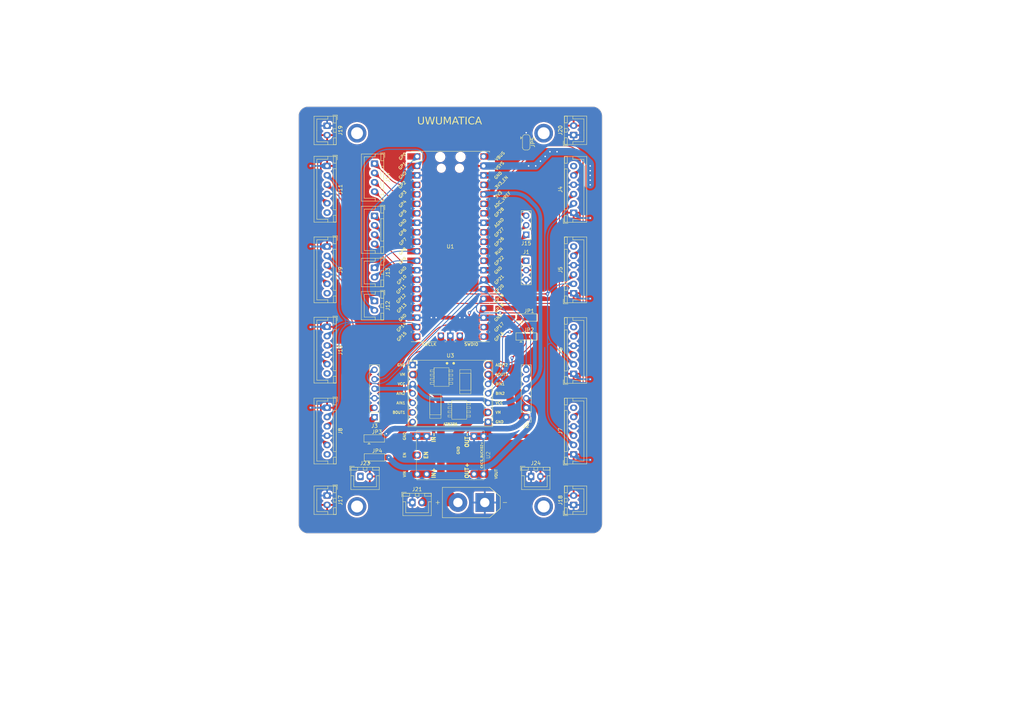
<source format=kicad_pcb>
(kicad_pcb (version 20221018) (generator pcbnew)
  (title_block (title "WRO Future Engineers") (date "2023-06-19") (rev "final") (company "Raffles Institution Club Automatica") (comment 1 "Zhou Yikun") (comment 2 "Zachary Ang"))
  (layers (0 "F.Cu" signal) (31 "B.Cu" signal) (34 "B.Paste" user) (35 "F.Paste" user) (36 "B.SilkS" user "B.Silkscreen") (37 "F.SilkS" user "F.Silkscreen") (38 "B.Mask" user) (39 "F.Mask" user) (44 "Edge.Cuts" user))
  (net 0 "")
  (net 1 "SERVO_SGL")
  (net 2 "+5V")
  (net 3 "GND")
  (net 4 "DRV_AOUT1")
  (net 5 "DRV_AOUT2")
  (net 6 "+3.3V")
  (net 7 "MOTOR1_ENC_A")
  (net 8 "MOTOR1_ENC_B")
  (net 9 "MOTOR2_VIN1")
  (net 10 "MOTOR2_VIN2")
  (net 11 "LIDAR1_RX_SDA")
  (net 12 "LIDAR1_TX_SCL")
  (net 13 "LIDAR1_CONFIG")
  (net 14 "LIDAR1_SGL")
  (net 15 "LIDAR2_SGL")
  (net 16 "LIDAR3_SGL")
  (net 17 "LIDAR4_SGL")
  (net 18 "LIDAR5_RX_SDA")
  (net 19 "LIDAR5_TX_SCL")
  (net 20 "LIDAR5_SGL")
  (net 21 "LIDAR6_SGL")
  (net 22 "LIDAR7_SGL")
  (net 23 "LIDAR8_SGL")
  (net 24 "PICO_GPIO0_UART0_TX")
  (net 25 "PICO_GPIO1_UART0_RX")
  (net 26 "PICO_GPIO8_UART1_TX")
  (net 27 "PICO_GPIO9_UART1_RX")
  (net 28 "PICO_GPIO2_SPI0_SCK")
  (net 29 "PICO_GPIO3_SPI0_TX")
  (net 30 "PICO_GPIO4_SPI0_RX")
  (net 31 "PICO_GPIO5_SPI0_CSN")
  (net 32 "PICO_GPIO26_A0")
  (net 33 "PICO_GPIO27_A1")
  (net 34 "PICO_GPIO28_A2")
  (net 35 "PICO_GPIO6")
  (net 36 "PICO_GPIO7")
  (net 37 "PICO_GPIO10")
  (net 38 "PICO_GPIO11")
  (net 39 "+7.5V")
  (net 40 "PICO_DRV_BIN1")
  (net 41 "DRV_BIN1")
  (net 42 "DRV_AIN1")
  (net 43 "PICO_DRV_BIN2")
  (net 44 "DRV_BIN2")
  (net 45 "DRV_AIN2")
  (net 46 "DRV_BOUT1")
  (net 47 "DRV_BOUT2")
  (footprint "Connector_JST:JST_XH_B2B-XH-A_1x02_P2.50mm_Vertical" (layer "F.Cu") (at 113.03 83.185 -90)
    (fp_text reference "J13")
    (fp_text value "Conn_01x02_Pin")
  )
  (footprint "Connector_JST:JST_XH_B6B-XH-A_1x06_P2.50mm_Vertical" (layer "F.Cu") (at 100.33 120.65 -90)
    (fp_text reference "J8")
    (fp_text value "TF-Luna 5")
  )
  (footprint "Jumper:SolderJumper-3_P1.3mm_Bridged12_RoundedPad1.0x1.5mm" (layer "F.Cu") (at 153.67 49.56 -90)
    (fp_text reference "JP5")
    (fp_text value "SolderJumper_3_Bridged12")
  )
  (footprint "Connector_JST:JST_XH_B6B-XH-A_1x06_P2.50mm_Vertical" (layer "F.Cu") (at 166.37 89.97 90)
    (fp_text reference "J5")
    (fp_text value "TF-Luna 2")
  )
  (footprint "Connector_JST:JST_XH_B2B-XH-A_1x02_P2.50mm_Vertical" (layer "F.Cu") (at 166.37 47.585 90)
    (fp_text reference "J20")
    (fp_text value "Conn_01x02_Pin")
  )
  (footprint "Connector_JST:JST_XH_B2B-XH-A_1x02_P2.50mm_Vertical" (layer "F.Cu") (at 109.26 139.065)
    (fp_text reference "J23")
    (fp_text value "Conn_01x02_Pin")
  )
  (footprint "Connector_JST:JST_XH_B6B-XH-A_1x06_P2.50mm_Vertical" (layer "F.Cu") (at 100.33 98.98 -90)
    (fp_text reference "J10")
    (fp_text value "TF-Luna 7")
  )
  (footprint "Connector_PinHeader_2.54mm:PinHeader_1x06_P2.54mm_Vertical" (layer "F.Cu") (at 153.67 123.19 180)
    (fp_text reference "J2")
    (fp_text value "Motor 1" hide)
  )
  (footprint "Personal Symbols:AT8236" (layer "F.Cu") (at 133.35 116.84)
    (fp_text reference "U3")
    (fp_text value "AT8236")
  )
  (footprint "Connector_JST:JST_XH_B6B-XH-A_1x06_P2.50mm_Vertical" (layer "F.Cu") (at 166.37 133.15 90)
    (fp_text reference "J7")
    (fp_text value "TF-Luna 4")
  )
  (footprint "Connector_JST:JST_XH_B2B-XH-A_1x02_P2.50mm_Vertical" (layer "F.Cu") (at 154.98 139.065)
    (fp_text reference "J24")
    (fp_text value "Conn_01x02_Pin")
  )
  (footprint "Jumper:SolderJumper-3_P2.0mm_Open_TrianglePad1.0x1.5mm" (layer "F.Cu") (at 153.74 96.52)
    (fp_text reference "JP1")
    (fp_text value "IN1")
  )
  (footprint "Connector_PinHeader_2.54mm:PinHeader_1x03_P2.54mm_Vertical" (layer "F.Cu") (at 153.67 74.295 180)
    (fp_text reference "J15")
    (fp_text value "Conn_01x03_Pin")
  )
  (footprint "XT60:AMASS_XT60-M" (layer "F.Cu") (at 138.97 146.05)
    (fp_text reference "J22" hide)
    (fp_text value "XT60-M")
  )
  (footprint "Jumper:SolderJumper-3_P2.0mm_Open_TrianglePad1.0x1.5mm" (layer "F.Cu") (at 113.03 133.985)
    (fp_text reference "JP4")
    (fp_text value "OUT2")
  )
  (footprint "Connector_JST:JST_XH_B2B-XH-A_1x02_P2.50mm_Vertical" (layer "F.Cu") (at 166.37 146.685 90)
    (fp_text reference "J18")
    (fp_text value "Conn_01x02_Pin")
  )
  (footprint "Connector_JST:JST_XH_B2B-XH-A_1x02_P2.50mm_Vertical" (layer "F.Cu") (at 100.33 144.185 -90)
    (fp_text reference "J17")
    (fp_text value "Conn_01x02_Pin")
  )
  (footprint "MCU_RaspberryPi_and_Boards:RPi_Pico_SMD_TH" (layer "F.Cu") (at 133.35 77.47)
    (fp_text reference "U1")
    (fp_text value "Pico")
  )
  (footprint "Connector_JST:JST_XH_B6B-XH-A_1x06_P2.50mm_Vertical" (layer "F.Cu") (at 100.33 77.47 -90)
    (fp_text reference "J9")
    (fp_text value "TF-Luna 6")
  )
  (footprint "Connector_JST:JST_XH_B4B-XH-A_1x04_P2.50mm_Vertical" (layer "F.Cu") (at 113.03 55.245 -90)
    (fp_text reference "J14")
    (fp_text value "Conn_01x04_Pin")
  )
  (footprint "Personal Symbols:CKCS_BUCK02+" (layer "F.Cu") (at 133.35 133.35 90)
    (fp_text reference "U2")
    (fp_text value "CKCS_BUCK02+")
  )
  (footprint "Connector_JST:JST_XH_B6B-XH-A_1x06_P2.50mm_Vertical" (layer "F.Cu") (at 166.37 111.56 90)
    (fp_text reference "J6")
    (fp_text value "TF-Luna 3")
  )
  (footprint "Connector_PinHeader_2.54mm:PinHeader_1x03_P2.54mm_Vertical" (layer "F.Cu") (at 153.67 81.28)
    (fp_text reference "J1")
    (fp_text value "MG996R Servo")
  )
  (footprint "Connector_JST:JST_XH_B2B-XH-A_1x02_P2.50mm_Vertical" (layer "F.Cu") (at 123.19 146.05)
    (fp_text reference "J21")
    (fp_text value "Conn_01x02_Pin")
  )
  (footprint "Connector_JST:JST_XH_B4B-XH-A_1x04_P2.50mm_Vertical" (layer "F.Cu") (at 113.03 69.255 -90)
    (fp_text reference "J16" hide)
    (fp_text value "Conn_01x04_Pin")
  )
  (footprint "Connector_JST:JST_XH_B2B-XH-A_1x02_P2.50mm_Vertical" (layer "F.Cu") (at 113.03 92.075 -90)
    (fp_text reference "J12")
    (fp_text value "Conn_01x02_Pin")
  )
  (footprint "Connector_PinHeader_2.54mm:PinHeader_1x06_P2.54mm_Vertical" (layer "F.Cu") (at 113.03 123.19 180)
    (fp_text reference "J3")
    (fp_text value "Motor 2")
  )
  (footprint "Connector_JST:JST_XH_B2B-XH-A_1x02_P2.50mm_Vertical" (layer "F.Cu") (at 100.33 45.125 -90)
    (fp_text reference "J19")
    (fp_text value "Conn_01x02_Pin")
  )
  (footprint "Connector_JST:JST_XH_B6B-XH-A_1x06_P2.50mm_Vertical" (layer "F.Cu") (at 100.33 55.88 -90)
    (fp_text reference "J11")
    (fp_text value "TF-Luna 8")
  )
  (footprint "Jumper:SolderJumper-3_P2.0mm_Open_TrianglePad1.0x1.5mm" (layer "F.Cu") (at 153.67 101.6)
    (fp_text reference "JP2")
    (fp_text value "IN1")
  )
  (footprint "Connector_JST:JST_XH_B6B-XH-A_1x06_P2.50mm_Vertical" (layer "F.Cu") (at 166.37 68.42 90)
    (fp_text reference "J4")
    (fp_text value "TF-Luna 1")
  )
  (footprint "Jumper:SolderJumper-3_P2.0mm_Open_TrianglePad1.0x1.5mm" (layer "F.Cu") (at 112.96 128.905)
    (fp_text reference "JP3")
    (fp_text value "OUT1")
  )
  (gr_arc (start 171.45 40.005) (mid 173.246051 40.748949) (end 173.99 42.545) (stroke (width 0.1)) (layer "Edge.Cuts"))
  (gr_arc (start 92.71 42.545) (mid 93.453949 40.748949) (end 95.25 40.005) (stroke (width 0.1)) (layer "Edge.Cuts"))
  (gr_line (start 95.25 40.005) (end 171.45 40.005) (stroke (width 0.1)) (layer "Edge.Cuts"))
  (gr_line (start 173.99 42.545) (end 173.99 151.765) (stroke (width 0.1)) (layer "Edge.Cuts"))
  (gr_arc (start 95.25 154.305) (mid 93.453949 153.561051) (end 92.71 151.765) (stroke (width 0.1)) (layer "Edge.Cuts"))
  (gr_line (start 92.71 151.765) (end 92.71 42.545) (stroke (width 0.1)) (layer "Edge.Cuts"))
  (gr_line (start 171.45 154.305) (end 95.25 154.305) (stroke (width 0.1)) (layer "Edge.Cuts"))
  (gr_arc (start 173.99 151.765) (mid 173.246051 153.561051) (end 171.45 154.305) (stroke (width 0.1)) (layer "Edge.Cuts"))
  (gr_text "UWUMATICA" (at 124.46 45.085) (layer "F.SilkS") (effects (font (size 2 2)) (justify left bottom)))
  (via (at 108.35 147.115) (size 5) (drill 3.2) (layers "F.Cu" "B.Cu") (net 0))
  (via (at 108.35 47.115) (size 5) (drill 3.2) (layers "F.Cu" "B.Cu") (net 0))
  (via (at 158.35 147.115) (size 5) (drill 3.2) (layers "F.Cu" "B.Cu") (net 0))
  (via (at 158.35 47.115) (size 5) (drill 3.2) (layers "F.Cu" "B.Cu") (net 0))
  (segment (start 142.24 81.28) (end 153.67 81.28) (width 0.25) (layer "F.Cu") (net 1))
  (via (at 170.815 55.88) (size 0.8) (drill 0.4) (layers "F.Cu" "B.Cu") (net 2))
  (via (at 170.815 58.42) (size 0.8) (drill 0.4) (layers "F.Cu" "B.Cu") (net 2))
  (via (at 170.815 59.69) (size 0.8) (drill 0.4) (layers "F.Cu" "B.Cu") (net 2))
  (via (at 170.815 134.62) (size 0.8) (drill 0.4) (layers "F.Cu" "B.Cu") (net 2))
  (via (at 95.885 120.65) (size 0.8) (drill 0.4) (layers "F.Cu" "B.Cu") (net 2))
  (via (at 95.885 55.88) (size 0.8) (drill 0.4) (layers "F.Cu" "B.Cu") (net 2))
  (via (at 154.305 55.88) (size 0.8) (drill 0.4) (layers "F.Cu" "B.Cu") (net 2))
  (via (at 95.885 99.06) (size 0.8) (drill 0.4) (layers "F.Cu" "B.Cu") (net 2))
  (via (at 170.815 60.96) (size 0.8) (drill 0.4) (layers "F.Cu" "B.Cu") (net 2))
  (via (at 170.815 91.44) (size 0.8) (drill 0.4) (layers "F.Cu" "B.Cu") (net 2))
  (via (at 156.21 55.88) (size 0.8) (drill 0.4) (layers "F.Cu" "B.Cu") (net 2))
  (via (at 161.925 52.07) (size 0.8) (drill 0.4) (layers "F.Cu" "B.Cu") (net 2))
  (via (at 170.815 69.85) (size 0.8) (drill 0.4) (layers "F.Cu" "B.Cu") (net 2))
  (via (at 160.02 52.07) (size 0.8) (drill 0.4) (layers "F.Cu" "B.Cu") (net 2))
  (via (at 170.815 113.03) (size 0.8) (drill 0.4) (layers "F.Cu" "B.Cu") (net 2))
  (via (at 158.75 53.34) (size 0.8) (drill 0.4) (layers "F.Cu" "B.Cu") (net 2))
  (via (at 157.48 54.61) (size 0.8) (drill 0.4) (layers "F.Cu" "B.Cu") (net 2))
  (via (at 95.885 77.47) (size 0.8) (drill 0.4) (layers "F.Cu" "B.Cu") (net 2))
  (via (at 170.815 57.15) (size 0.8) (drill 0.4) (layers "F.Cu" "B.Cu") (net 2))
  (segment (start 160.02 52.07) (end 158.75 53.34) (width 2) (layer "B.Cu") (net 2))
  (segment (start 167.105 112.295) (end 166.37 111.56) (width 0.5) (layer "B.Cu") (net 2))
  (segment (start 170.815 69.85) (end 168.811162 69.85) (width 0.5) (layer "B.Cu") (net 2))
  (segment (start 160.02 52.07) (end 161.925 52.07) (width 2) (layer "B.Cu") (net 2))
  (segment (start 170.815 55.88) (end 170.815 57.15) (width 2) (layer "B.Cu") (net 2))
  (segment (start 170.815 60.96) (end 170.815 59.69) (width 2) (layer "B.Cu") (net 2))
  (segment (start 95.885 99.06) (end 95.925 99.02) (width 0.5) (layer "B.Cu") (net 2))
  (segment (start 167.105 90.705) (end 166.37 89.97) (width 0.5) (layer "B.Cu") (net 2))
  (segment (start 170.815 113.03) (end 168.879446 113.03) (width 0.5) (layer "B.Cu") (net 2))
  (segment (start 170.815 58.42) (end 170.815 57.15) (width 2) (layer "B.Cu") (net 2))
  (segment (start 170.815 55.5625) (end 170.815 55.88) (width 2) (layer "B.Cu") (net 2))
  (segment (start 95.885 77.47) (end 100.33 77.47) (width 0.5) (layer "B.Cu") (net 2))
  (segment (start 168.879446 91.44) (end 170.815 91.44) (width 0.5) (layer "B.Cu") (net 2))
  (segment (start 96.021568 98.98) (end 100.33 98.98) (width 0.5) (layer "B.Cu") (net 2))
  (segment (start 95.885 55.88) (end 100.33 55.88) (width 0.5) (layer "B.Cu") (net 2))
  (segment (start 169.2275 53.6575) (end 170.590493 55.020493) (width 2) (layer "B.Cu") (net 2))
  (segment (start 170.815 58.42) (end 170.815 59.69) (width 2) (layer "B.Cu") (net 2))
  (segment (start 95.885 120.65) (end 100.33 120.65) (width 0.5) (layer "B.Cu") (net 2))
  (segment (start 157.48 54.61) (end 156.21 55.88) (width 2) (layer "B.Cu") (net 2))
  (segment (start 167.085 69.135) (end 166.37 68.42) (width 0.5) (layer "B.Cu") (net 2))
  (segment (start 170.815 134.62) (end 168.879446 134.62) (width 0.5) (layer "B.Cu") (net 2))
  (segment (start 154.305 55.88) (end 156.21 55.88) (width 2) (layer "B.Cu") (net 2))
  (segment (start 158.75 53.34) (end 157.48 54.61) (width 2) (layer "B.Cu") (net 2))
  (segment (start 154.305 55.88) (end 142.24 55.88) (width 2) (layer "B.Cu") (net 2))
  (segment (start 167.105 133.885) (end 166.37 133.15) (width 0.5) (layer "B.Cu") (net 2))
  (segment (start 161.925 52.07) (end 165.394935 52.07) (width 2) (layer "B.Cu") (net 2))
  (arc (start 95.925 99.02) (mid 95.969305 98.990395) (end 96.021568 98.98) (width 0.5) (layer "B.Cu") (net 2))
  (arc (start 168.879446 91.44) (mid 167.919122 91.248979) (end 167.105 90.705) (width 0.5) (layer "B.Cu") (net 2))
  (arc (start 168.811162 69.85) (mid 167.876969 69.664177) (end 167.085 69.135) (width 0.5) (layer "B.Cu") (net 2))
  (arc (start 170.815 55.5625) (mid 170.756652 55.269168) (end 170.590493 55.020493) (width 2) (layer "B.Cu") (net 2))
  (arc (start 167.105 133.885) (mid 167.919122 134.428979) (end 168.879446 134.62) (width 0.5) (layer "B.Cu") (net 2))
  (arc (start 169.2275 53.6575) (mid 167.469104 52.482577) (end 165.394935 52.07) (width 2) (layer "B.Cu") (net 2))
  (arc (start 167.105 112.295) (mid 167.919122 112.838979) (end 168.879446 113.03) (width 0.5) (layer "B.Cu") (net 2))
  (segment (start 142.53125 127.96375) (end 142.8375 127.6575) (width 2) (layer "F.Cu") (net 3))
  (segment (start 153.67 46.99) (end 153.67 48.2) (width 1) (layer "F.Cu") (net 3))
  (segment (start 137.16 96.52) (end 129.54 96.52) (width 1) (layer "F.Cu") (net 3))
  (segment (start 157.48 124.1425) (end 157.48 125.017961) (width 1) (layer "F.Cu") (net 3))
  (segment (start 129.54 96.52) (end 128.27 96.52) (width 1) (layer "F.Cu") (net 3))
  (segment (start 142.658102 128.27) (end 154.227961 128.27) (width 1) (layer "F.Cu") (net 3))
  (segment (start 143.45 126.178794) (end 143.45 124.46) (width 2) (layer "F.Cu") (net 3))
  (segment (start 155.908455 120.348455) (end 153.67 118.11) (width 1) (layer "F.Cu") (net 3))
  (via (at 137.16 96.52) (size 0.8) (drill 0.4) (layers "F.Cu" "B.Cu") (net 3))
  (via (at 128.27 96.52) (size 0.8) (drill 0.4) (layers "F.Cu" "B.Cu") (net 3))
  (via (at 153.67 46.99) (size 0.8) (drill 0.4) (layers "F.Cu" "B.Cu") (net 3))
  (via (at 129.54 96.52) (size 0.8) (drill 0.4) (layers "F.Cu" "B.Cu") (net 3))
  (via (at 135.89 96.52) (size 0.8) (drill 0.4) (layers "F.Cu" "B.Cu") (net 3))
  (arc (start 142.53125 127.96375) (mid 142.492361 128.159255) (end 142.658102 128.27) (width 2) (layer "F.Cu") (net 3))
  (arc (start 157.48 125.017961) (mid 157.232453 126.262462) (end 156.5275 127.3175) (width 1) (layer "F.Cu") (net 3))
  (arc (start 156.5275 127.3175) (mid 155.472462 128.022453) (end 154.227961 128.27) (width 1) (layer "F.Cu") (net 3))
  (arc (start 143.45 126.178794) (mid 143.290816 126.979063) (end 142.8375 127.6575) (width 2) (layer "F.Cu") (net 3))
  (arc (start 157.48 124.1425) (mid 157.071568 122.089177) (end 155.908455 120.348455) (width 1) (layer "F.Cu") (net 3))
  (segment (start 114.96 128.8925) (end 114.96 128.905) (width 1.5) (layer "F.Cu") (net 4))
  (segment (start 116.205 127.635) (end 114.968838 128.871161) (width 1.5) (layer "F.Cu") (net 4))
  (segment (start 143.936112 111.886974) (end 148.536277 116.487139) (width 2) (layer "F.Cu") (net 4))
  (segment (start 153.204796 123.19) (end 153.67 123.19) (width 2) (layer "F.Cu") (net 4))
  (segment (start 143.629569 111.76) (end 143.45 111.76) (width 2) (layer "F.Cu") (net 4))
  (segment (start 152.410643 122.861051) (end 150.303722 120.75413) (width 2) (layer "F.Cu") (net 4))
  (via (at 116.205 127.635) (size 0.8) (drill 0.4) (layers "F.Cu" "B.Cu") (net 4))
  (arc (start 114.96 128.8925) (mid 114.962296 128.880951) (end 114.968838 128.871161) (width 1.5) (layer "F.Cu") (net 4))
  (arc (start 153.204796 123.19) (mid 152.775003 123.104508) (end 152.410643 122.861051) (width 2) (layer "F.Cu") (net 4))
  (arc (start 143.936112 111.886974) (mid 143.795469 111.792999) (end 143.629569 111.76) (width 2) (layer "F.Cu") (net 4))
  (arc (start 149.42 118.620635) (mid 149.649671 119.775274) (end 150.303722 120.75413) (width 2) (layer "F.Cu") (net 4))
  (arc (start 149.42 118.620635) (mid 149.190327 117.465995) (end 148.536277 116.487139) (width 2) (layer "F.Cu") (net 4))
  (segment (start 118.552271 126.26) (end 148.429182 126.26) (width 1.5) (layer "B.Cu") (net 4))
  (segment (start 116.205 127.635) (end 116.8925 126.9475) (width 1.5) (layer "B.Cu") (net 4))
  (segment (start 152.135 124.725) (end 153.67 123.19) (width 1.5) (layer "B.Cu") (net 4))
  (arc (start 152.135 124.725) (mid 150.434756 125.861066) (end 148.429182 126.26) (width 1.5) (layer "B.Cu") (net 4))
  (arc (start 118.552271 126.26) (mid 117.654009 126.438675) (end 116.8925 126.9475) (width 1.5) (layer "B.Cu") (net 4))
  (segment (start 116.84 133.985) (end 115.03 133.985) (width 1.5) (layer "F.Cu") (net 5))
  (segment (start 145.07708 109.644999) (end 150.640226 115.208145) (width 2) (layer "F.Cu") (net 5))
  (segment (start 151.62 117.573528) (end 151.62 117.763518) (width 2) (layer "F.Cu") (net 5))
  (segment (start 152.465431 119.804569) (end 153.183887 120.523025) (width 2) (layer "F.Cu") (net 5))
  (segment (start 144.05104 109.22) (end 143.45 109.22) (width 2) (layer "F.Cu") (net 5))
  (segment (start 153.490431 120.65) (end 153.67 120.65) (width 2) (layer "F.Cu") (net 5))
  (via (at 116.84 133.985) (size 0.8) (drill 0.4) (layers "F.Cu" "B.Cu") (net 5))
  (arc (start 151.62 117.763518) (mid 151.83972 118.868126) (end 152.465431 119.804569) (width 2) (layer "F.Cu") (net 5))
  (arc (start 153.183887 120.523025) (mid 153.32453 120.617) (end 153.490431 120.65) (width 2) (layer "F.Cu") (net 5))
  (arc (start 151.62 117.573528) (mid 151.365365 116.293392) (end 150.640226 115.208145) (width 2) (layer "F.Cu") (net 5))
  (arc (start 144.05104 109.22) (mid 144.606329 109.330453) (end 145.07708 109.644999) (width 2) (layer "F.Cu") (net 5))
  (segment (start 118.1625 135.3075) (end 116.84 133.985) (width 1.5) (layer "B.Cu") (net 5))
  (segment (start 121.355297 136.63) (end 141.576036 136.63) (width 1.5) (layer "B.Cu") (net 5))
  (segment (start 155.575 123.118959) (end 155.575 121.849957) (width 1.5) (layer "B.Cu") (net 5))
  (segment (start 154.32622 126.133779) (end 145.423792 135.036207) (width 1.5) (layer "B.Cu") (net 5))
  (segment (start 154.375042 120.65) (end 153.67 120.65) (width 1.5) (layer "B.Cu") (net 5))
  (arc (start 155.22354 121.001459) (mid 155.483658 121.390753) (end 155.575 121.849957) (width 1.5) (layer "B.Cu") (net 5))
  (arc (start 155.22354 121.001459) (mid 154.834245 120.741341) (end 154.375042 120.65) (width 1.5) (layer "B.Cu") (net 5))
  (arc (start 145.423792 135.036207) (mid 143.658426 136.215786) (end 141.576036 136.63) (width 1.5) (layer "B.Cu") (net 5))
  (arc (start 155.575 123.118959) (mid 155.250452 124.750567) (end 154.32622 126.133779) (width 1.5) (layer "B.Cu") (net 5))
  (arc (start 118.1625 135.3075) (mid 119.627367 136.286293) (end 121.355297 136.63) (width 1.5) (layer "B.Cu") (net 5))
  (segment (start 144.41922 62.930779) (end 152.672979 54.67702) (width 0.25) (layer "F.Cu") (net 6))
  (segment (start 143.045 63.5) (end 142.24 63.5) (width 0.25) (layer "F.Cu") (net 6))
  (segment (start 153.67 52.27) (end 153.67 50.86) (width 0.25) (layer "F.Cu") (net 6))
  (arc (start 144.41922 62.930779) (mid 143.788722 63.352064) (end 143.045 63.5) (width 0.25) (layer "F.Cu") (net 6))
  (arc (start 153.67 52.27) (mid 153.410882 53.572669) (end 152.672979 54.67702) (width 0.25) (layer "F.Cu") (net 6))
  (segment (start 154.333792 64.798792) (end 155.886207 66.351207) (width 1) (layer "B.Cu") (net 6))
  (segment (start 125.746207 116.796207) (end 123.885 114.935) (width 1) (layer "B.Cu") (net 6))
  (segment (start 142.3875 63.3525) (end 142.24 63.5) (width 1) (layer "B.Cu") (net 6))
  (segment (start 157.48 70.198963) (end 157.48 109.506036) (width 1) (layer "B.Cu") (net 6))
  (segment (start 153.67 115.57) (end 151.453792 117.786207) (width 1) (layer "B.Cu") (net 6))
  (segment (start 153.67 115.57) (end 155.886207 113.353792) (width 1) (layer "B.Cu") (net 6))
  (segment (start 150.486036 63.205) (end 142.743596 63.205) (width 1) (layer "B.Cu") (net 6))
  (segment (start 141.759964 118.39) (end 129.593963 118.39) (width 1) (layer "B.Cu") (net 6))
  (segment (start 147.606036 119.38) (end 143.800017 119.38) (width 1) (layer "B.Cu") (net 6))
  (segment (start 142.955 118.885) (end 143.2025 119.1325) (width 1) (layer "B.Cu") (net 6))
  (segment (start 121.081974 115.57) (end 113.03 115.57) (width 1) (layer "B.Cu") (net 6))
  (arc (start 150.486036 63.205) (mid 152.568426 63.619213) (end 154.333792 64.798792) (width 1) (layer "B.Cu") (net 6))
  (arc (start 143.2025 119.1325) (mid 143.476643 119.315676) (end 143.800017 119.38) (width 1) (layer "B.Cu") (net 6))
  (arc (start 142.955 118.885) (mid 142.406712 118.518646) (end 141.759964 118.39) (width 1) (layer "B.Cu") (net 6))
  (arc (start 151.453792 117.786207) (mid 149.688426 118.965786) (end 147.606036 119.38) (width 1) (layer "B.Cu") (net 6))
  (arc (start 157.48 70.198963) (mid 157.065786 68.116572) (end 155.886207 66.351207) (width 1) (layer "B.Cu") (net 6))
  (arc (start 122.615 114.935) (mid 123.25 114.671974) (end 123.885 114.935) (width 1) (layer "B.Cu") (net 6))
  (arc (start 122.615 114.935) (mid 121.911641 115.404968) (end 121.081974 115.57) (width 1) (layer "B.Cu") (net 6))
  (arc (start 125.746207 116.796207) (mid 127.511572 117.975786) (end 129.593963 118.39) (width 1) (layer "B.Cu") (net 6))
  (arc (start 142.743596 63.205) (mid 142.550878 63.243334) (end 142.3875 63.3525) (width 1) (layer "B.Cu") (net 6))
  (arc (start 157.48 109.506036) (mid 157.065786 111.588426) (end 155.886207 113.353792) (width 1) (layer "B.Cu") (net 6))
  (segment (start 154.2575 112.4425) (end 153.67 113.03) (width 0.25) (layer "B.Cu") (net 7))
  (segment (start 114.3 113.03) (end 113.03 113.03) (width 0.25) (layer "B.Cu") (net 7))
  (segment (start 142.24 86.36) (end 153.251207 97.371207) (width 0.25) (layer "B.Cu") (net 7))
  (segment (start 142.24 86.36) (end 116.468025 112.131974) (width 0.25) (layer "B.Cu") (net 7))
  (segment (start 154.845 101.218963) (end 154.845 111.024149) (width 0.25) (layer "B.Cu") (net 7))
  (arc (start 116.468025 112.131974) (mid 115.473326 112.79661) (end 114.3 113.03) (width 0.25) (layer "B.Cu") (net 7))
  (arc (start 154.845 101.218963) (mid 154.430786 99.136572) (end 153.251207 97.371207) (width 0.25) (layer "B.Cu") (net 7))
  (arc (start 154.2575 112.4425) (mid 154.692313 111.791755) (end 154.845 111.024149) (width 0.25) (layer "B.Cu") (net 7))
  (segment (start 112.7125 110.49) (end 113.03 110.49) (width 0.25) (layer "B.Cu") (net 8))
  (segment (start 142.689012 89.349012) (end 152.076207 98.736207) (width 0.25) (layer "B.Cu") (net 8))
  (segment (start 116.854707 113.015292) (end 140.520987 89.349012) (width 0.25) (layer "B.Cu") (net 8))
  (segment (start 153.67 102.583963) (end 153.67 110.49) (width 0.25) (layer "B.Cu") (net 8))
  (segment (start 112.170493 110.714506) (end 111.574012 111.310986) (width 0.25) (layer "B.Cu") (net 8))
  (segment (start 111.7125 113.6175) (end 111.574012 113.479012) (width 0.25) (layer "B.Cu") (net 8))
  (segment (start 113.13085 114.205) (end 113.9825 114.205) (width 0.25) (layer "B.Cu") (net 8))
  (arc (start 111.7125 113.6175) (mid 112.363244 114.052313) (end 113.13085 114.205) (width 0.25) (layer "B.Cu") (net 8))
  (arc (start 116.854707 113.015292) (mid 115.536927 113.895804) (end 113.9825 114.205) (width 0.25) (layer "B.Cu") (net 8))
  (arc (start 111.125 112.395) (mid 111.241694 112.981663) (end 111.574012 113.479012) (width 0.25) (layer "B.Cu") (net 8))
  (arc (start 111.125 112.395) (mid 111.241694 111.808336) (end 111.574012 111.310986) (width 0.25) (layer "B.Cu") (net 8))
  (arc (start 112.7125 110.49) (mid 112.419168 110.548347) (end 112.170493 110.714506) (width 0.25) (layer "B.Cu") (net 8))
  (arc (start 153.67 102.583963) (mid 153.255786 100.501572) (end 152.076207 98.736207) (width 0.25) (layer "B.Cu") (net 8))
  (arc (start 141.605 88.9) (mid 141.018336 89.016694) (end 140.520987 89.349012) (width 0.25) (layer "B.Cu") (net 8))
  (arc (start 142.689012 89.349012) (mid 142.191663 89.016694) (end 141.605 88.9) (width 0.25) (layer "B.Cu") (net 8))
  (segment (start 111.92 124.3) (end 113.03 123.19) (width 1.5) (layer "F.Cu") (net 9))
  (segment (start 110.81 126.979777) (end 110.81 128.905) (width 1.5) (layer "F.Cu") (net 9))
  (arc (start 111.92 124.3) (mid 111.098479 125.529492) (end 110.81 126.979777) (width 1.5) (layer "F.Cu") (net 9))
  (segment (start 109.11 130.707354) (end 109.11 125.289777) (width 1.5) (layer "F.Cu") (net 10))
  (segment (start 110.07 133.025) (end 111.03 133.985) (width 1.5) (layer "F.Cu") (net 10))
  (segment (start 110.468959 122.008959) (end 111.402919 121.074999) (width 1.5) (layer "F.Cu") (net 10))
  (segment (start 112.428959 120.65) (end 113.03 120.65) (width 1.5) (layer "F.Cu") (net 10))
  (arc (start 109.11 130.707354) (mid 109.359495 131.961655) (end 110.07 133.025) (width 1.5) (layer "F.Cu") (net 10))
  (arc (start 112.428959 120.65) (mid 111.87367 120.760453) (end 111.402919 121.074999) (width 1.5) (layer "F.Cu") (net 10))
  (arc (start 110.468959 122.008959) (mid 109.463181 123.514211) (end 109.11 125.289777) (width 1.5) (layer "F.Cu") (net 10))
  (segment (start 157.48 90.17) (end 156.21 90.17) (width 0.25) (layer "F.Cu") (net 11))
  (segment (start 158.59125 90.17) (end 158.27375 90.17) (width 0.25) (layer "F.Cu") (net 11))
  (segment (start 159.22625 90.17) (end 159.385 90.17) (width 0.25) (layer "F.Cu") (net 11))
  (segment (start 158.27375 90.17) (end 157.95625 90.17) (width 0.25) (layer "F.Cu") (net 11))
  (segment (start 159.22625 90.17) (end 158.90875 90.17) (width 0.25) (layer "F.Cu") (net 11))
  (segment (start 156.21 90.17) (end 126.628025 90.17) (width 0.25) (layer "F.Cu") (net 11))
  (segment (start 157.48 90.17) (end 157.95625 90.17) (width 0.25) (layer "F.Cu") (net 11))
  (segment (start 125.095 90.805) (end 124.46 91.44) (width 0.25) (layer "F.Cu") (net 11))
  (segment (start 158.90875 90.17) (end 158.59125 90.17) (width 0.25) (layer "F.Cu") (net 11))
  (via (at 159.385 90.17) (size 0.8) (drill 0.4) (layers "F.Cu" "B.Cu") (net 11))
  (arc (start 125.095 90.805) (mid 125.798357 90.335031) (end 126.628025 90.17) (width 0.25) (layer "F.Cu") (net 11))
  (segment (start 160.735 88.82) (end 159.385 90.17) (width 0.25) (layer "B.Cu") (net 11))
  (segment (start 160.978792 125.383792) (end 166.200805 130.605805) (width 0.25) (layer "B.Cu") (net 11))
  (segment (start 159.385 121.536036) (end 159.385 104.578144) (width 0.25) (layer "B.Cu") (net 11))
  (segment (start 159.385 90.17) (end 159.385 99.981036) (width 0.25) (layer "B.Cu") (net 11))
  (segment (start 160.978792 71.311207) (end 166.37 65.92) (width 0.25) (layer "B.Cu") (net 11))
  (segment (start 159.385 104.578144) (end 159.385 99.981036) (width 0.25) (layer "B.Cu") (net 11))
  (segment (start 159.385 75.158963) (end 159.385 90.17) (width 0.25) (layer "B.Cu") (net 11))
  (segment (start 166.3075 130.65) (end 166.37 130.65) (width 0.25) (layer "B.Cu") (net 11))
  (segment (start 166.153431 109.003431) (end 160.530451 103.380451) (width 0.25) (layer "B.Cu") (net 11))
  (segment (start 163.994188 87.47) (end 166.37 87.47) (width 0.25) (layer "B.Cu") (net 11))
  (segment (start 166.29 109.06) (end 166.37 109.06) (width 0.25) (layer "B.Cu") (net 11))
  (arc (start 160.530451 103.380451) (mid 159.799213 103.49653) (end 159.385 104.578144) (width 0.25) (layer "B.Cu") (net 11))
  (arc (start 163.994188 87.47) (mid 162.230328 87.820853) (end 160.735 88.82) (width 0.25) (layer "B.Cu") (net 11))
  (arc (start 160.530451 103.380451) (mid 159.682693 101.946906) (end 159.385 99.981036) (width 0.25) (layer "B.Cu") (net 11))
  (arc (start 166.153431 109.003431) (mid 166.216089 109.045298) (end 166.29 109.06) (width 0.25) (layer "B.Cu") (net 11))
  (arc (start 160.978792 71.311207) (mid 159.799213 73.076572) (end 159.385 75.158963) (width 0.25) (layer "B.Cu") (net 11))
  (arc (start 166.3075 130.65) (mid 166.249757 130.638514) (end 166.200805 130.605805) (width 0.25) (layer "B.Cu") (net 11))
  (arc (start 160.978792 125.383792) (mid 159.799213 123.618426) (end 159.385 121.536036) (width 0.25) (layer "B.Cu") (net 11))
  (segment (start 162.826932 88.513067) (end 166.37 84.97) (width 0.25) (layer "F.Cu") (net 12))
  (segment (start 161.6075 91.7575) (end 162.110987 91.254012) (width 0.25) (layer "F.Cu") (net 12))
  (segment (start 163.765451 103.955451) (end 166.37 106.56) (width 0.25) (layer "F.Cu") (net 12))
  (segment (start 162.62 105.153144) (end 162.62 122.146036) (width 0.25) (layer "F.Cu") (net 12))
  (segment (start 162.56 89.976875) (end 162.56 90.105625) (width 0.25) (layer "F.Cu") (net 12))
  (segment (start 162.56 89.78375) (end 162.56 89.976875) (width 0.25) (layer "F.Cu") (net 12))
  (segment (start 162.56 90.17) (end 162.56 90.105625) (width 0.25) (layer "F.Cu") (net 12))
  (segment (start 162.56 89.78375) (end 162.56 89.976875) (width 0.25) (layer "F.Cu") (net 12))
  (segment (start 162.62 100.556036) (end 162.62 105.153144) (width 0.25) (layer "F.Cu") (net 12))
  (segment (start 125.095 93.345) (end 124.46 93.98) (width 0.25) (layer "F.Cu") (net 12))
  (segment (start 162.56 89.1575) (end 162.56 69.483963) (width 0.25) (layer "F.Cu") (net 12))
  (segment (start 162.56 89.1575) (end 162.56 89.78375) (width 0.25) (layer "F.Cu") (net 12))
  (segment (start 164.153792 65.636207) (end 166.37 63.42) (width 0.25) (layer "F.Cu") (net 12))
  (segment (start 162.56 89.1575) (end 162.56 89.78375) (width 0.25) (layer "F.Cu") (net 12))
  (segment (start 161.6075 93.6625) (end 161.6375 93.6925) (width 0.25) (layer "F.Cu") (net 12))
  (segment (start 162.62 100.556036) (end 162.62 96.064464) (width 0.25) (layer "F.Cu") (net 12))
  (segment (start 126.628025 92.71) (end 159.307961 92.71) (width 0.25) (layer "F.Cu") (net 12))
  (segment (start 164.213792 125.993792) (end 166.37 128.15) (width 0.25) (layer "F.Cu") (net 12))
  (segment (start 162.56 90.105625) (end 162.56 89.976875) (width 0.25) (layer "F.Cu") (net 12))
  (arc (start 164.153792 65.636207) (mid 162.974213 67.401572) (end 162.56 69.483963) (width 0.25) (layer "F.Cu") (net 12))
  (arc (start 162.56 89.1575) (mid 162.56 89.1575) (end 162.56 89.1575) (width 0.25) (layer "F.Cu") (net 12))
  (arc (start 162.56 89.976875) (mid 162.56 89.976875) (end 162.56 89.976875) (width 0.25) (layer "F.Cu") (net 12))
  (arc (start 162.56 89.1575) (mid 162.629373 88.808735) (end 162.826932 88.513067) (width 0.25) (layer "F.Cu") (net 12))
  (arc (start 164.213792 125.993792) (mid 163.034213 124.228426) (end 162.62 122.146036) (width 0.25) (layer "F.Cu") (net 12))
  (arc (start 163.765451 103.955451) (mid 163.034213 104.07153) (end 162.62 105.153144) (width 0.25) (layer "F.Cu") (net 12))
  (arc (start 161.6075 91.7575) (mid 160.552462 92.462453) (end 159.307961 92.71) (width 0.25) (layer "F.Cu") (net 12))
  (arc (start 161.6075 91.7575) (mid 161.212961 92.71) (end 161.6075 93.6625) (width 0.25) (layer "F.Cu") (net 12))
  (arc (start 159.307961 92.71) (mid 160.552462 92.957546) (end 161.6075 93.6625) (width 0.25) (layer "F.Cu") (net 12))
  (arc (start 162.56 89.78375) (mid 162.56 89.78375) (end 162.56 89.78375) (width 0.25) (layer "F.Cu") (net 12))
  (arc (start 162.110987 91.254012) (mid 162.443305 90.756663) (end 162.56 90.17) (width 0.25) (layer "F.Cu") (net 12))
  (arc (start 126.628025 92.71) (mid 125.798357 92.875031) (end 125.095 93.345) (width 0.25) (layer "F.Cu") (net 12))
  (arc (start 162.62 96.064464) (mid 162.364656 94.780766) (end 161.6375 93.6925) (width 0.25) (layer "F.Cu") (net 12))
  (arc (start 162.62 100.556036) (mid 162.917693 102.521906) (end 163.765451 103.955451) (width 0.25) (layer "F.Cu") (net 12))
  (segment (start 97.79 83.265) (end 97.79 83.82) (width 0.25) (layer "F.Cu") (net 13))
  (segment (start 168.011974 52.441974) (end 167.48125 51.91125) (width 0.25) (layer "F.Cu") (net 13))
  (segment (start 97.79 83.82) (end 97.79 84.375) (width 0.25) (layer "F.Cu") (net 13))
  (segment (start 97.79 104.14) (end 97.79 105.29) (width 0.25) (layer "F.Cu") (net 13))
  (segment (start 97.79 62.23) (end 97.79 61.615) (width 0.25) (layer "F.Cu") (net 13))
  (segment (start 168.011974 56.778025) (end 166.37 58.42) (width 0.25) (layer "F.Cu") (net 13))
  (segment (start 98.22487 63.89487) (end 100.33 66) (width 0.25) (layer "F.Cu") (net 13))
  (segment (start 168.91 75.585) (end 168.91 76.2) (width 0.25) (layer "F.Cu") (net 13))
  (segment (start 168.475129 99.45487) (end 166.37 101.56) (width 0.25) (layer "F.Cu") (net 13))
  (segment (start 97.79 83.82) (end 97.79 84.375) (width 0.25) (layer "F.Cu") (net 13))
  (segment (start 99.06 129.38) (end 100.33 130.65) (width 0.25) (layer "F.Cu") (net 13))
  (segment (start 167.64 121.88) (end 166.37 123.15) (width 0.25) (layer "F.Cu") (net 13))
  (segment (start 97.79 102.99) (end 97.79 100.69) (width 0.25) (layer "F.Cu") (net 13))
  (segment (start 97.79 100.69) (end 97.79 102.99) (width 0.25) (layer "F.Cu") (net 13))
  (segment (start 168.91 76.815) (end 168.91 95.945) (width 0.25) (layer "F.Cu") (net 13))
  (segment (start 97.79 82.155) (end 97.79 62.845) (width 0.25) (layer "F.Cu") (net 13))
  (segment (start 168.91 97.175) (end 168.91 97.79) (width 0.25) (layer "F.Cu") (net 13))
  (segment (start 153.17 49.56) (end 152.17 49.56) (width 0.25) (layer "F.Cu") (net 13))
  (segment (start 168.91 118.813948) (end 168.91 98.405) (width 0.25) (layer "F.Cu") (net 13))
  (segment (start 168.91 76.815) (end 168.91 76.2) (width 0.25) (layer "F.Cu") (net 13))
  (segment (start 168.91 74.355) (end 168.91 57.15) (width 0.25) (layer "F.Cu") (net 13))
  (segment (start 153.92 49.56) (end 153.42 49.56) (width 0.25) (layer "F.Cu") (net 13))
  (segment (start 168.91 74.355) (end 168.91 75.585) (width 0.25) (layer "F.Cu") (net 13))
  (segment (start 97.79 62.23) (end 97.79 61.615) (width 0.25) (layer "F.Cu") (net 13))
  (segment (start 97.79 83.265) (end 97.79 83.82) (width 0.25) (layer "F.Cu") (net 13))
  (segment (start 153.92 49.56) (end 154.17 49.56) (width 0.25) (layer "F.Cu") (net 13))
  (segment (start 168.91 98.405) (end 168.91 97.79) (width 0.25) (layer "F.Cu") (net 13))
  (segment (start 97.79 104.14) (end 97.79 105.29) (width 0.25) (layer "F.Cu") (net 13))
  (segment (start 97.79 62.23) (end 97.79 62.845) (width 0.25) (layer "F.Cu") (net 13))
  (segment (start 97.79 83.265) (end 97.79 82.155) (width 0.25) (layer "F.Cu") (net 13))
  (segment (start 152.17 49.56) (end 114.325825 49.56) (width 0.25) (layer "F.Cu") (net 13))
  (segment (start 97.79 61.615) (end 97.79 60.385) (width 0.25) (layer "F.Cu") (net 13))
  (segment (start 168.91 95.945) (end 168.91 97.175) (width 0.25) (layer "F.Cu") (net 13))
  (segment (start 97.79 62.23) (end 97.79 62.845) (width 0.25) (layer "F.Cu") (net 13))
  (segment (start 168.91 98.405) (end 168.91 97.79) (width 0.25) (layer "F.Cu") (net 13))
  (segment (start 168.91 75.585) (end 168.91 74.355) (width 0.25) (layer "F.Cu") (net 13))
  (segment (start 97.79 84.375) (end 97.79 100.69) (width 0.25) (layer "F.Cu") (net 13))
  (segment (start 164.031942 50.4825) (end 156.244806 50.4825) (width 0.25) (layer "F.Cu") (net 13))
  (segment (start 153.42 49.56) (end 153.17 49.56) (width 0.25) (layer "F.Cu") (net 13))
  (segment (start 155.023553 49.913553) (end 155.13125 50.02125) (width 0.25) (layer "F.Cu") (net 13))
  (segment (start 97.79 104.14) (end 97.79 102.99) (width 0.25) (layer "F.Cu") (net 13))
  (segment (start 168.91 97.175) (end 168.91 95.945) (width 0.25) (layer "F.Cu") (net 13))
  (segment (start 168.91 97.175) (end 168.91 97.79) (width 0.25) (layer "F.Cu") (net 13))
  (segment (start 97.79 60.385) (end 97.79 61.615) (width 0.25) (layer "F.Cu") (net 13))
  (segment (start 168.91 76.815) (end 168.91 76.2) (width 0.25) (layer "F.Cu") (net 13))
  (segment (start 98.603172 107.253172) (end 100.33 108.98) (width 0.25) (layer "F.Cu") (net 13))
  (segment (start 101.042038 51.435) (end 109.799174 51.435) (width 0.25) (layer "F.Cu") (net 13))
  (segment (start 98.182444 85.322444) (end 100.33 87.47) (width 0.25) (layer "F.Cu") (net 13))
  (segment (start 168.91 57.15) (end 168.91 54.61) (width 0.25) (layer "F.Cu") (net 13))
  (segment (start 97.79 126.313948) (end 97.79 105.29) (width 0.25) (layer "F.Cu") (net 13))
  (segment (start 97.79 82.155) (end 97.79 83.265) (width 0.25) (layer "F.Cu") (net 13))
  (segment (start 97.79 54.687038) (end 97.79 60.385) (width 0.25) (layer "F.Cu") (net 13))
  (segment (start 168.91 75.585) (end 168.91 76.2) (width 0.25) (layer "F.Cu") (net 13))
  (segment (start 168.475129 77.86487) (end 166.37 79.97) (width 0.25) (layer "F.Cu") (net 13))
  (segment (start 97.79 104.14) (end 97.79 102.99) (width 0.25) (layer "F.Cu") (net 13))
  (arc (start 167.64 121.88) (mid 168.579937 120.473283) (end 168.91 118.813948) (width 0.25) (layer "F.Cu") (net 13))
  (arc (start 168.91 76.2) (mid 168.91 76.2) (end 168.91 76.2) (width 0.25) (layer "F.Cu") (net 13))
  (arc (start 168.91 76.815) (mid 168.79698 77.383185) (end 168.475129 77.86487) (width 0.25) (layer "F.Cu") (net 13))
  (arc (start 97.79 61.615) (mid 97.79 61.615) (end 97.79 61.615) (width 0.25) (layer "F.Cu") (net 13))
  (arc (start 99.06 129.38) (mid 98.120062 127.973283) (end 97.79 126.313948) (width 0.25) (layer "F.Cu") (net 13))
  (arc (start 168.91 57.15) (mid 168.585259 56.663991) (end 168.011974 56.778025) (width 0.25) (layer "F.Cu") (net 13))
  (arc (start 156.244806 50.4825) (mid 155.642153 50.362625) (end 155.13125 50.02125) (width 0.25) (layer "F.Cu") (net 13))
  (arc (start 168.91 97.79) (mid 168.91 97.79) (end 168.91 97.79) (width 0.25) (layer "F.Cu") (net 13))
  (arc (start 168.91 76.815) (mid 168.91 76.815) (end 168.91 76.815) (width 0.25) (layer "F.Cu") (net 13))
  (arc (start 98.603172 107.253172) (mid 98.001336 106.352461) (end 97.79 105.29) (width 0.25) (layer "F.Cu") (net 13))
  (arc (start 98.7425 52.3875) (mid 98.037546 53.442537) (end 97.79 54.687038) (width 0.25) (layer "F.Cu") (net 13))
  (arc (start 164.031942 50.4825) (mid 165.898694 50.85382) (end 167.48125 51.91125) (width 0.25) (layer "F.Cu") (net 13))
  (arc (start 97.79 84.375) (mid 97.79 84.375) (end 97.79 84.375) (width 0.25) (layer "F.Cu") (net 13))
  (arc (start 97.79 102.99) (mid 97.79 102.99) (end 97.79 102.99) (width 0.25) (layer "F.Cu") (net 13))
  (arc (start 97.79 62.845) (mid 97.79 62.845) (end 97.79 62.845) (width 0.25) (layer "F.Cu") (net 13))
  (arc (start 98.7425 52.3875) (mid 99.797537 51.682546) (end 101.042038 51.435) (width 0.25) (layer "F.Cu") (net 13))
  (arc (start 154.17 49.56) (mid 154.631939 49.651885) (end 155.023553 49.913553) (width 0.25) (layer "F.Cu") (net 13))
  (arc (start 112.0625 50.4975) (mid 113.100922 49.803648) (end 114.325825 49.56) (width 0.25) (layer "F.Cu") (net 13))
  (arc (start 97.79 83.82) (mid 97.79 83.82) (end 97.79 83.82) (width 0.25) (layer "F.Cu") (net 13))
  (arc (start 168.91 97.175) (mid 168.91 97.175) (end 168.91 97.175) (width 0.25) (layer "F.Cu") (net 13))
  (arc (start 168.475129 99.45487) (mid 168.79698 98.973185) (end 168.91 98.405) (width 0.25) (layer "F.Cu") (net 13))
  (arc (start 168.91 98.405) (mid 168.91 98.405) (end 168.91 98.405) (width 0.25) (layer "F.Cu") (net 13))
  (arc (start 98.182444 85.322444) (mid 97.891992 84.887753) (end 97.79 84.375) (width 0.25) (layer "F.Cu") (net 13))
  (arc (start 109.799174 51.435) (mid 111.024077 51.191351) (end 112.0625 50.4975) (width 0.25) (layer "F.Cu") (net 13))
  (arc (start 97.79 104.14) (mid 97.79 104.14) (end 97.79 104.14) (width 0.25) (layer "F.Cu") (net 13))
  (arc (start 97.79 83.265) (mid 97.79 83.265) (end 97.79 83.265) (width 0.25) (layer "F.Cu") (net 13))
  (arc (start 168.91 54.61) (mid 168.67661 53.436672) (end 168.011974 52.441974) (width 0.25) (layer "F.Cu") (net 13))
  (arc (start 168.91 75.585) (mid 168.91 75.585) (end 168.91 75.585) (width 0.25) (layer "F.Cu") (net 13))
  (arc (start 97.79 105.29) (mid 97.79 105.29) (end 97.79 105.29) (width 0.25) (layer "F.Cu") (net 13))
  (arc (start 97.79 62.23) (mid 97.79 62.23) (end 97.79 62.23) (width 0.25) (layer "F.Cu") (net 13))
  (arc (start 98.22487 63.89487) (mid 97.903019 63.413185) (end 97.79 62.845) (width 0.25) (layer "F.Cu") (net 13))
  (arc (start 168.91 54.61) (mid 168.67661 55.783326) (end 168.011974 56.778025) (width 0.25) (layer "F.Cu") (net 13))
  (segment (start 106.273963 97.79) (end 108.683428 97.79) (width 0.25) (layer "B.Cu") (net 18))
  (segment (start 103.505 117.729935) (end 103.505 102.126051) (width 0.25) (layer "B.Cu") (net 18))
  (segment (start 123.825 98.425) (end 124.46 99.06) (width 0.25) (layer "B.Cu") (net 18))
  (segment (start 103.505 84.455) (end 103.505 83.8) (width 0.25) (layer "B.Cu") (net 18))
  (segment (start 110.588428 97.79) (end 111.943357 97.79) (width 0.25) (layer "B.Cu") (net 18))
  (segment (start 114.653215 97.79) (end 112.126714 97.79) (width 0.25) (layer "B.Cu") (net 18))
  (segment (start 111.943357 97.79) (end 114.653215 97.79) (width 0.25) (layer "B.Cu") (net 18))
  (segment (start 101.9175 121.5625) (end 100.33 123.15) (width 0.25) (layer "B.Cu") (net 18))
  (segment (start 103.505 85.11) (end 103.505 86.42) (width 0.25) (layer "B.Cu") (net 18))
  (segment (start 103.505 84.455) (end 103.505 83.8) (width 0.25) (layer "B.Cu") (net 18))
  (segment (start 103.505 63.800064) (end 103.505 83.8) (width 0.25) (layer "B.Cu") (net 18))
  (segment (start 103.505 85.11) (end 103.505 84.455) (width 0.25) (layer "B.Cu") (net 18))
  (segment (start 103.505 86.42) (end 103.505 85.11) (width 0.25) (layer "B.Cu") (net 18))
  (segment (start 103.505 85.11) (end 103.505 84.455) (width 0.25) (layer "B.Cu") (net 18))
  (segment (start 110.221714 97.79) (end 108.683428 97.79) (width 0.25) (layer "B.Cu") (net 18))
  (segment (start 103.041845 82.681845) (end 100.33 79.97) (width 0.25) (layer "B.Cu") (net 18))
  (segment (start 107.841051 97.79) (end 107.95 97.79) (width 0.25) (layer "B.Cu") (net 18))
  (segment (start 103.505 86.42) (end 103.505 93.453948) (width 0.25) (layer "B.Cu") (net 18))
  (segment (start 101.9175 59.9675) (end 100.33 58.38) (width 0.25) (layer "B.Cu") (net 18))
  (segment (start 110.221714 97.79) (end 112.126714 97.79) (width 0.25) (layer "B.Cu") (net 18))
  (segment (start 114.653215 97.79) (end 122.291974 97.79) (width 0.25) (layer "B.Cu") (net 18))
  (segment (start 102.426207 99.383792) (end 100.33 101.48) (width 0.25) (layer "B.Cu") (net 18))
  (segment (start 110.588428 97.79) (end 107.95 97.79) (width 0.25) (layer "B.Cu") (net 18))
  (arc (start 110.221714 97.79) (mid 110.405071 97.79) (end 110.588428 97.79) (width 0.25) (layer "B.Cu") (net 18))
  (arc (start 103.041845 82.681845) (mid 103.384629 83.194858) (end 103.505 83.8) (width 0.25) (layer "B.Cu") (net 18))
  (arc (start 101.9175 59.9675) (mid 103.092422 61.725895) (end 103.505 63.800064) (width 0.25) (layer "B.Cu") (net 18))
  (arc (start 123.825 98.425) (mid 123.121641 97.955031) (end 122.291974 97.79) (width 0.25) (layer "B.Cu") (net 18))
  (arc (start 107.95 97.79) (mid 108.316714 97.79) (end 108.683428 97.79) (width 0.25) (layer "B.Cu") (net 18))
  (arc (start 107.841051 97.79) (mid 106.181716 98.120062) (end 104.775 99.06) (width 0.25) (layer "B.Cu") (net 18))
  (arc (start 102.426207 99.383792) (mid 104.191572 98.204213) (end 106.273963 97.79) (width 0.25) (layer "B.Cu") (net 18))
  (arc (start 104.775 96.52) (mid 103.835062 95.113283) (end 103.505 93.453948) (width 0.25) (layer "B.Cu") (net 18))
  (arc (start 104.775 99.06) (mid 103.835062 100.466716) (end 103.505 102.126051) (width 0.25) (layer "B.Cu") (net 18))
  (arc (start 103.505 84.455) (mid 103.505 84.455) (end 103.505 84.455) (width 0.25) (layer "B.Cu") (net 18))
  (arc (start 103.505 83.8) (mid 103.505 83.8) (end 103.505 83.8) (width 0.25) (layer "B.Cu") (net 18))
  (arc (start 103.505 85.11) (mid 103.505 85.11) (end 103.505 85.11) (width 0.25) (layer "B.Cu") (net 18))
  (arc (start 103.505 117.729935) (mid 103.092422 119.804104) (end 101.9175 121.5625) (width 0.25) (layer "B.Cu") (net 18))
  (arc (start 107.841051 97.79) (mid 106.181716 97.459937) (end 104.775 96.52) (width 0.25) (layer "B.Cu") (net 18))
  (arc (start 104.775 96.52) (mid 105.301051 97.79) (end 104.775 99.06) (width 0.25) (layer "B.Cu") (net 18))
  (arc (start 112.126714 97.79) (mid 112.035035 97.79) (end 111.943357 97.79) (width 0.25) (layer "B.Cu") (net 18))
  (segment (start 106.368792 108.261207) (end 109.344548 105.285451) (width 0.25) (layer "F.Cu") (net 19))
  (segment (start 104.775 92.791711) (end 104.775 92.818948) (width 0.25) (layer "F.Cu") (net 19))
  (segment (start 104.775 92.737237) (end 104.775 92.791711) (width 0.25) (layer "F.Cu") (net 19))
  (segment (start 100.358284 82.578284) (end 103.427961 85.647961) (width 0.25) (layer "F.Cu") (net 19))
  (segment (start 104.775 92.737237) (end 104.775 92.655526) (width 0.25) (layer "F.Cu") (net 19))
  (segment (start 100.41 104.06) (end 100.33 103.98) (width 0.25) (layer "F.Cu") (net 19))
  (segment (start 104.775 89.633428) (end 104.775 88.9) (width 0.25) (layer "F.Cu") (net 19))
  (segment (start 112.735064 104.14) (end 120.123948 104.14) (width 0.25) (layer "F.Cu") (net 19))
  (segment (start 104.775 92.737237) (end 104.775 92.655526) (width 0.25) (layer "F.Cu") (net 19))
  (segment (start 108.9025 102.5525) (end 108.662038 102.312038) (width 0.25) (layer "F.Cu") (net 19))
  (segment (start 104.775 88.9) (end 104.775 92.655526) (width 0.25) (layer "F.Cu") (net 19))
  (segment (start 104.775 92.791711) (end 104.775 92.737237) (width 0.25) (layer "F.Cu") (net 19))
  (segment (start 108.870086 104.14) (end 100.603137 104.14) (width 0.25) (layer "F.Cu") (net 19))
  (segment (start 104.775 89.633428) (end 104.775 92.655526) (width 0.25) (layer "F.Cu") (net 19))
  (segment (start 100.33 82.51) (end 100.33 82.47) (width 0.25) (layer "F.Cu") (net 19))
  (segment (start 104.775 112.108963) (end 104.775 118.951036) (width 0.25) (layer "F.Cu") (net 19))
  (segment (start 103.181207 63.731207) (end 100.33 60.88) (width 0.25) (layer "F.Cu") (net 19))
  (segment (start 104.775 67.578963) (end 104.775 88.9) (width 0.25) (layer "F.Cu") (net 19))
  (segment (start 103.181207 122.798792) (end 100.33 125.65) (width 0.25) (layer "F.Cu") (net 19))
  (segment (start 107.315 98.951051) (end 107.315 99.06) (width 0.25) (layer "F.Cu") (net 19))
  (segment (start 123.19 102.87) (end 124.46 101.6) (width 0.25) (layer "F.Cu") (net 19))
  (arc (start 108.662038 102.312038) (mid 107.665083 100.81999) (end 107.315 99.06) (width 0.25) (layer "F.Cu") (net 19))
  (arc (start 103.181207 122.798792) (mid 104.360786 121.033426) (end 104.775 118.951036) (width 0.25) (layer "F.Cu") (net 19))
  (arc (start 104.775 92.655526) (mid 104.775 92.655526) (end 104.775 92.655526) (width 0.25) (layer "F.Cu") (net 19))
  (arc (start 120.123948 104.14) (mid 121.783283 103.809937) (end 123.19 102.87) (width 0.25) (layer "F.Cu") (net 19))
  (arc (start 100.358284 82.578284) (mid 100.33735 82.546955) (end 100.33 82.51) (width 0.25) (layer "F.Cu") (net 19))
  (arc (start 108.870086 104.14) (mid 109.49 104.554213) (end 109.344548 105.285451) (width 0.25) (layer "F.Cu") (net 19))
  (arc (start 112.735064 104.14) (mid 110.775779 104.437693) (end 109.344548 105.285451) (width 0.25) (layer "F.Cu") (net 19))
  (arc (start 108.9025 102.5525) (mid 109.330148 103.565935) (end 108.870086 104.14) (width 0.25) (layer "F.Cu") (net 19))
  (arc (start 100.603137 104.14) (mid 100.498612 104.119208) (end 100.41 104.06) (width 0.25) (layer "F.Cu") (net 19))
  (arc (start 108.9025 102.5525) (mid 110.660895 103.727422) (end 112.735064 104.14) (width 0.25) (layer "F.Cu") (net 19))
  (arc (start 106.045 95.885) (mid 105.105062 94.478283) (end 104.775 92.818948) (width 0.25) (layer "F.Cu") (net 19))
  (arc (start 103.427961 85.647961) (mid 104.424915 87.140009) (end 104.775 88.9) (width 0.25) (layer "F.Cu") (net 19))
  (arc (start 104.775 92.737237) (mid 104.775 92.737237) (end 104.775 92.737237) (width 0.25) (layer "F.Cu") (net 19))
  (arc (start 104.775 67.578963) (mid 104.360786 65.496572) (end 103.181207 63.731207) (width 0.25) (layer "F.Cu") (net 19))
  (arc (start 106.368792 108.261207) (mid 105.189213 110.026572) (end 104.775 112.108963) (width 0.25) (layer "F.Cu") (net 19))
  (arc (start 107.315 98.951051) (mid 106.984937 97.291716) (end 106.045 95.885) (width 0.25) (layer "F.Cu") (net 19))
  (arc (start 104.775 89.633428) (mid 104.775 89.266714) (end 104.775 88.9) (width 0.25) (layer "F.Cu") (net 19))
  (segment (start 121.323519 56.47648) (end 124.46 53.34) (width 0.25) (layer "B.Cu") (net 24))
  (segment (start 112.0775 91.1225) (end 113.03 92.075) (width 0.25) (layer "B.Cu") (net 24))
  (segment (start 111.125 70.833963) (end 111.125 88.822961) (width 0.25) (layer "B.Cu") (net 24))
  (segment (start 112.718792 66.986207) (end 119.97648 59.728519) (width 0.25) (layer "B.Cu") (net 24))
  (arc (start 121.323519 56.47648) (mid 120.825041 57.222504) (end 120.65 58.1025) (width 0.25) (layer "B.Cu") (net 24))
  (arc (start 111.125 88.822961) (mid 111.372546 90.067462) (end 112.0775 91.1225) (width 0.25) (layer "B.Cu") (net 24))
  (arc (start 112.718792 66.986207) (mid 111.539213 68.751572) (end 111.125 70.833963) (width 0.25) (layer "B.Cu") (net 24))
  (arc (start 119.97648 59.728519) (mid 120.474957 58.982495) (end 120.65 58.1025) (width 0.25) (layer "B.Cu") (net 24))
  (segment (start 111.4425 92.9875) (end 113.03 94.575) (width 0.25) (layer "B.Cu") (net 25))
  (segment (start 125.958996 52.420646) (end 125.669175 52.130825) (width 0.25) (layer "B.Cu") (net 25))
  (segment (start 109.855 89.154935) (end 109.855 58.53579) (width 0.25) (layer "B.Cu") (net 25))
  (segment (start 113.108034 53.028792) (end 111.448792 54.688033) (width 0.25) (layer "B.Cu") (net 25))
  (segment (start 116.95579 51.435) (end 123.989304 51.435) (width 0.25) (layer "B.Cu") (net 25))
  (segment (start 125.958996 54.381003) (end 124.46 55.88) (width 0.25) (layer "B.Cu") (net 25))
  (arc (start 126.365 53.400825) (mid 126.259482 52.870356) (end 125.958996 52.420646) (width 0.25) (layer "B.Cu") (net 25))
  (arc (start 125.669175 52.130825) (mid 124.898443 51.615839) (end 123.989304 51.435) (width 0.25) (layer "B.Cu") (net 25))
  (arc (start 111.448792 54.688033) (mid 110.269213 56.453399) (end 109.855 58.53579) (width 0.25) (layer "B.Cu") (net 25))
  (arc (start 116.95579 51.435) (mid 114.873399 51.849213) (end 113.108034 53.028792) (width 0.25) (layer "B.Cu") (net 25))
  (arc (start 126.365 53.400825) (mid 126.259482 53.931293) (end 125.958996 54.381003) (width 0.25) (layer "B.Cu") (net 25))
  (arc (start 109.855 89.154935) (mid 110.267577 91.229104) (end 111.4425 92.9875) (width 0.25) (layer "B.Cu") (net 25))
  (segment (start 115.881207 80.333792) (end 113.03 83.185) (width 0.25) (layer "B.Cu") (net 26))
  (segment (start 119.728963 78.74) (end 124.46 78.74) (width 0.25) (layer "B.Cu") (net 26))
  (arc (start 119.728963 78.74) (mid 117.646572 79.154213) (end 115.881207 80.333792) (width 0.25) (layer "B.Cu") (net 26))
  (segment (start 119.688963 81.28) (end 124.46 81.28) (width 0.25) (layer "B.Cu") (net 27))
  (segment (start 115.841207 82.873792) (end 113.03 85.685) (width 0.25) (layer "B.Cu") (net 27))
  (arc (start 119.688963 81.28) (mid 117.606572 81.694213) (end 115.841207 82.873792) (width 0.25) (layer "B.Cu") (net 27))
  (segment (start 117.151207 59.366207) (end 113.03 55.245) (width 0.25) (layer "F.Cu") (net 28))
  (segment (start 120.998963 60.96) (end 124.46 60.96) (width 0.25) (layer "F.Cu") (net 28))
  (arc (start 117.151207 59.366207) (mid 118.916572 60.545786) (end 120.998963 60.96) (width 0.25) (layer "F.Cu") (net 28))
  (segment (start 121.038963 63.5) (end 124.46 63.5) (width 0.25) (layer "F.Cu") (net 29))
  (segment (start 117.191207 61.906207) (end 113.03 57.745) (width 0.25) (layer "F.Cu") (net 29))
  (arc (start 117.191207 61.906207) (mid 118.956572 63.085786) (end 121.038963 63.5) (width 0.25) (layer "F.Cu") (net 29))
  (segment (start 121.078963 66.04) (end 124.46 66.04) (width 0.25) (layer "F.Cu") (net 30))
  (segment (start 117.231207 64.446207) (end 113.03 60.245) (width 0.25) (layer "F.Cu") (net 30))
  (arc (start 117.231207 64.446207) (mid 118.996572 65.625786) (end 121.078963 66.04) (width 0.25) (layer "F.Cu") (net 30))
  (segment (start 121.118963 68.58) (end 124.46 68.58) (width 0.25) (layer "F.Cu") (net 31))
  (segment (start 117.271207 66.986207) (end 113.03 62.745) (width 0.25) (layer "F.Cu") (net 31))
  (arc (start 121.118963 68.58) (mid 119.036572 68.165786) (end 117.271207 66.986207) (width 0.25) (layer "F.Cu") (net 31))
  (segment (start 152.7175 75.2475) (end 153.67 74.295) (width 0.25) (layer "F.Cu") (net 32))
  (segment (start 150.417961 76.2) (end 142.24 76.2) (width 0.25) (layer "F.Cu") (net 32))
  (arc (start 150.417961 76.2) (mid 151.662462 75.952453) (end 152.7175 75.2475) (width 0.25) (layer "F.Cu") (net 32))
  (segment (start 152.7175 72.7075) (end 153.67 71.755) (width 0.25) (layer "F.Cu") (net 33))
  (segment (start 150.417961 73.66) (end 142.24 73.66) (width 0.25) (layer "F.Cu") (net 33))
  (arc (start 152.7175 72.7075) (mid 151.662462 73.412453) (end 150.417961 73.66) (width 0.25) (layer "F.Cu") (net 33))
  (segment (start 152.585987 68.58) (end 142.24 68.58) (width 0.25) (layer "F.Cu") (net 34))
  (segment (start 153.3525 68.8975) (end 153.67 69.215) (width 0.25) (layer "F.Cu") (net 34))
  (arc (start 152.585987 68.58) (mid 153.00082 68.662515) (end 153.3525 68.8975) (width 0.25) (layer "F.Cu") (net 34))
  (segment (start 115.841207 72.066207) (end 113.03 69.255) (width 0.25) (layer "F.Cu") (net 35))
  (segment (start 119.688963 73.66) (end 124.46 73.66) (width 0.25) (layer "F.Cu") (net 35))
  (arc (start 115.841207 72.066207) (mid 117.606572 73.245786) (end 119.688963 73.66) (width 0.25) (layer "F.Cu") (net 35))
  (segment (start 119.728963 76.2) (end 124.46 76.2) (width 0.25) (layer "F.Cu") (net 36))
  (segment (start 115.881207 74.606207) (end 113.03 71.755) (width 0.25) (layer "F.Cu") (net 36))
  (arc (start 115.881207 74.606207) (mid 117.646572 75.785786) (end 119.728963 76.2) (width 0.25) (layer "F.Cu") (net 36))
  (segment (start 121.457869 84.967869) (end 122.280779 85.790779) (width 0.25) (layer "F.Cu") (net 37))
  (segment (start 123.655 86.36) (end 124.46 86.36) (width 0.25) (layer "F.Cu") (net 37))
  (segment (start 119.84213 81.06713) (end 113.03 74.255) (width 0.25) (layer "F.Cu") (net 37))
  (arc (start 120.65 83.0175) (mid 120.859958 84.073032) (end 121.457869 84.967869) (width 0.25) (layer "F.Cu") (net 37))
  (arc (start 120.65 83.0175) (mid 120.440041 81.961967) (end 119.84213 81.06713) (width 0.25) (layer "F.Cu") (net 37))
  (arc (start 123.655 86.36) (mid 122.911276 86.212064) (end 122.280779 85.790779) (width 0.25) (layer "F.Cu") (net 37))
  (segment (start 119.38 83.145) (end 119.38 83.165) (width 0.25) (layer "F.Cu") (net 38))
  (segment (start 119.351715 83.076715) (end 113.03 76.755) (width 0.25) (layer "F.Cu") (net 38))
  (segment (start 119.38 83.165) (end 119.38 83.205) (width 0.25) (layer "F.Cu") (net 38))
  (segment (start 119.38 83.225) (end 119.38 83.305) (width 0.25) (layer "F.Cu") (net 38))
  (segment (start 119.38 83.305) (end 119.38 84.7725) (width 0.25) (layer "F.Cu") (net 38))
  (segment (start 119.38 83.205) (end 119.38 83.225) (width 0.25) (layer "F.Cu") (net 38))
  (segment (start 121.021974 88.001974) (end 120.502532 87.482532) (width 0.25) (layer "F.Cu") (net 38))
  (segment (start 123.19 88.9) (end 124.46 88.9) (width 0.25) (layer "F.Cu") (net 38))
  (arc (start 119.351715 83.076715) (mid 119.372648 83.108044) (end 119.38 83.145) (width 0.25) (layer "F.Cu") (net 38))
  (arc (start 121.021974 88.001974) (mid 122.016672 88.66661) (end 123.19 88.9) (width 0.25) (layer "F.Cu") (net 38))
  (arc (start 120.502532 87.482532) (mid 119.671736 86.239158) (end 119.38 84.7725) (width 0.25) (layer "F.Cu") (net 38))
  (segment (start 129.54 146.05) (end 132.08 146.05) (width 2) (layer "F.Cu") (net 39))
  (segment (start 132.403792 130.486207) (end 140.093187 122.796812) (width 2) (layer "F.Cu") (net 39))
  (segment (start 127 146.05) (end 129.54 146.05) (width 2) (layer "F.Cu") (net 39))
  (segment (start 130.81 130.460086) (end 130.81 120.371882) (width 2) (layer "F.Cu") (net 39))
  (segment (start 129.911974 144.408025) (end 129.168025 145.151974) (width 2) (layer "F.Cu") (net 39))
  (segment (start 130.81 130.460086) (end 130.81 134.423144) (width 2) (layer "F.Cu") (net 39))
  (segment (start 131.708025 144.408025) (end 132.635822 145.335822) (width 2) (layer "F.Cu") (net 39))
  (segment (start 129.216207 116.524126) (end 124.87708 112.184999) (width 2) (layer "F.Cu") (net 39))
  (segment (start 134.655822 145.335822) (end 130.993847 141.673847) (width 2) (layer "F.Cu") (net 39))
  (segment (start 127.6425 138.43) (end 127.015 138.43) (width 2) (layer "F.Cu") (net 39))
  (segment (start 130.626152 141.153847) (end 125.73 146.05) (width 2) (layer "F.Cu") (net 39))
  (segment (start 130.81 141.23) (end 130.81 140.71) (width 2) (layer "F.Cu") (net 39))
  (segment (start 132.34 146.05) (end 132.08 146.05) (width 2) (layer "F.Cu") (net 39))
  (segment (start 123.85104 111.76) (end 123.25 111.76) (width 2) (layer "F.Cu") (net 39))
  (segment (start 130.81 142.24) (end 130.81 141.23) (width 2) (layer "F.Cu") (net 39))
  (segment (start 132.34 146.05) (end 134.36 146.05) (width 2) (layer "F.Cu") (net 39))
  (segment (start 130.626152 140.786152) (end 128.713709 138.873709) (width 2) (layer "F.Cu") (net 39))
  (segment (start 130.81 134.423144) (end 130.81 140.71) (width 2) (layer "F.Cu") (net 39))
  (segment (start 127 146.05) (end 125.73 146.05) (width 2) (layer "F.Cu") (net 39))
  (segment (start 142.21 121.92) (end 143.45 121.92) (width 2) (layer "F.Cu") (net 39))
  (arc (start 124.87708 112.184999) (mid 124.406329 111.870453) (end 123.85104 111.76) (width 2) (layer "F.Cu") (net 39))
  (arc (start 130.626152 140.786152) (mid 130.743517 140.809497) (end 130.81 140.71) (width 2) (layer "F.Cu") (net 39))
  (arc (start 130.81 144.78) (mid 131.181974 145.678025) (end 132.08 146.05) (width 2) (layer "F.Cu") (net 39))
  (arc (start 134.36 146.05) (mid 133.426881 145.864391) (end 132.635822 145.335822) (width 2) (layer "F.Cu") (net 39))
  (arc (start 130.626152 141.153847) (mid 130.743517 141.130502) (end 130.81 141.23) (width 2) (layer "F.Cu") (net 39))
  (arc (start 134.655822 145.335822) (mid 134.74651 145.791742) (end 134.36 146.05) (width 2) (layer "F.Cu") (net 39))
  (arc (start 130.81 141.23) (mid 130.81 141.23) (end 130.81 141.23) (width 2) (layer "F.Cu") (net 39))
  (arc (start 131.708025 144.408025) (mid 131.043389 143.413326) (end 130.81 142.24) (width 2) (layer "F.Cu") (net 39))
  (arc (start 127 146.05) (mid 128.173326 145.81661) (end 129.168025 145.151974) (width 2) (layer "F.Cu") (net 39))
  (arc (start 130.81 130.460086) (mid 131.38634 130.917873) (end 132.403792 130.486207) (width 2) (layer "F.Cu") (net 39))
  (arc (start 127.6425 138.43) (mid 128.222234 138.545316) (end 128.713709 138.873709) (width 2) (layer "F.Cu") (net 39))
  (arc (start 130.81 134.423144) (mid 131.224213 132.274749) (end 132.403792 130.486207) (width 2) (layer "F.Cu") (net 39))
  (arc (start 130.626152 141.153847) (mid 130.702304 140.969999) (end 130.626152 140.786152) (width 2) (layer "F.Cu") (net 39))
  (arc (start 142.21 121.92) (mid 141.064389 122.147876) (end 140.093187 122.796812) (width 2) (layer "F.Cu") (net 39))
  (arc (start 130.993847 141.673847) (mid 130.85778 141.470208) (end 130.81 141.23) (width 2) (layer "F.Cu") (net 39))
  (arc (start 132.34 146.05) (mid 132.72651 145.791742) (end 132.635822 145.335822) (width 2) (layer "F.Cu") (net 39))
  (arc (start 129.216207 116.524126) (mid 130.395786 118.289491) (end 130.81 120.371882) (width 2) (layer "F.Cu") (net 39))
  (arc (start 131.708025 144.408025) (mid 131.134739 144.293991) (end 130.81 144.78) (width 2) (layer "F.Cu") (net 39))
  (arc (start 129.911974 144.408025) (mid 130.485259 144.293991) (end 130.81 144.78) (width 2) (layer "F.Cu") (net 39))
  (arc (start 129.911974 144.408025) (mid 130.57661 143.413326) (end 130.81 142.24) (width 2) (layer "F.Cu") (net 39))
  (arc (start 129.54 146.05) (mid 129.053991 145.725259) (end 129.168025 145.151974) (width 2) (layer "F.Cu") (net 39))
  (arc (start 130.81 144.78) (mid 130.438025 145.678025) (end 129.54 146.05) (width 2) (layer "F.Cu") (net 39))
  (segment (start 150.47 97.79) (end 151.74 96.52) (width 0.25) (layer "F.Cu") (net 40))
  (segment (start 147.403948 99.06) (end 142.24 99.06) (width 0.25) (layer "F.Cu") (net 40))
  (arc (start 147.403948 99.06) (mid 149.063283 98.729937) (end 150.47 97.79) (width 0.25) (layer "F.Cu") (net 40))
  (segment (start 150.179255 100.080744) (end 153.74 96.52) (width 0.25) (layer "F.Cu") (net 41))
  (segment (start 149.5775 100.33) (end 149.225 100.33) (width 0.25) (layer "F.Cu") (net 41))
  (via (at 149.225 100.33) (size 0.8) (drill 0.4) (layers "F.Cu" "B.Cu") (net 41))
  (arc (start 149.5775 100.33) (mid 149.903167 100.26522) (end 150.179255 100.080744) (width 0.25) (layer "F.Cu") (net 41))
  (segment (start 147.954999 100.964999) (end 148.365493 100.554506) (width 0.25) (layer "B.Cu") (net 41))
  (segment (start 149.225 100.33) (end 148.9075 100.33) (width 0.25) (layer "B.Cu") (net 41))
  (segment (start 147.32 102.498025) (end 147.32 108.176036) (width 0.25) (layer "B.Cu") (net 41))
  (segment (start 145.726207 112.023792) (end 143.45 114.3) (width 0.25) (layer "B.Cu") (net 41))
  (arc (start 148.9075 100.33) (mid 148.614168 100.388347) (end 148.365493 100.554506) (width 0.25) (layer "B.Cu") (net 41))
  (arc (start 147.32 108.176036) (mid 146.905786 110.258426) (end 145.726207 112.023792) (width 0.25) (layer "B.Cu") (net 41))
  (arc (start 147.954999 100.964999) (mid 147.48503 101.668357) (end 147.32 102.498025) (width 0.25) (layer "B.Cu") (net 41))
  (segment (start 146.685 95.25) (end 154.271239 95.25) (width 0.25) (layer "F.Cu") (net 42))
  (segment (start 122.2675 118.3975) (end 123.25 119.38) (width 0.25) (layer "F.Cu") (net 42))
  (segment (start 121.285 110.202567) (end 121.285 116.025535) (width 0.25) (layer "F.Cu") (net 42))
  (segment (start 155.74 96.31519) (end 155.74 96.52) (width 0.25) (layer "F.Cu") (net 42))
  (segment (start 155.595177 95.965557) (end 155.30981 95.68019) (width 0.25) (layer "F.Cu") (net 42))
  (segment (start 137.477499 97.472499) (end 137.980987 96.969012) (width 0.25) (layer "F.Cu") (net 42))
  (segment (start 138.43 95.885) (end 138.43 95.25) (width 0.25) (layer "F.Cu") (net 42))
  (segment (start 122.878792 106.354811) (end 129.214811 100.018792) (width 0.25) (layer "F.Cu") (net 42))
  (segment (start 133.062567 98.425) (end 135.177961 98.425) (width 0.25) (layer "F.Cu") (net 42))
  (via (at 146.685 95.25) (size 0.8) (drill 0.4) (layers "F.Cu" "B.Cu") (net 42))
  (via (at 138.43 95.25) (size 0.8) (drill 0.4) (layers "F.Cu" "B.Cu") (net 42))
  (arc (start 133.062567 98.425) (mid 130.980176 98.839213) (end 129.214811 100.018792) (width 0.25) (layer "F.Cu") (net 42))
  (arc (start 137.980987 96.969012) (mid 138.313305 96.471663) (end 138.43 95.885) (width 0.25) (layer "F.Cu") (net 42))
  (arc (start 155.30981 95.68019) (mid 154.833309 95.361802) (end 154.271239 95.25) (width 0.25) (layer "F.Cu") (net 42))
  (arc (start 122.878792 106.354811) (mid 121.699213 108.120176) (end 121.285 110.202567) (width 0.25) (layer "F.Cu") (net 42))
  (arc (start 155.595177 95.965557) (mid 155.702361 96.12597) (end 155.74 96.31519) (width 0.25) (layer "F.Cu") (net 42))
  (arc (start 137.477499 97.472499) (mid 136.422462 98.177453) (end 135.177961 98.425) (width 0.25) (layer "F.Cu") (net 42))
  (arc (start 122.2675 118.3975) (mid 121.540343 117.309233) (end 121.285 116.025535) (width 0.25) (layer "F.Cu") (net 42))
  (segment (start 140.335 94.165987) (end 140.335 93.98) (width 0.25) (layer "B.Cu") (net 42))
  (segment (start 141.419012 95.25) (end 146.685 95.25) (width 0.25) (layer "B.Cu") (net 42))
  (segment (start 139.885987 93.794012) (end 138.43 95.25) (width 0.25) (layer "B.Cu") (net 42))
  (segment (start 140.784012 92.895987) (end 142.24 91.44) (width 0.25) (layer "B.Cu") (net 42))
  (segment (start 139.885987 93.794012) (end 140.784012 92.895987) (width 0.25) (layer "B.Cu") (net 42))
  (arc (start 139.885987 93.794012) (mid 140.172629 93.736995) (end 140.335 93.98) (width 0.25) (layer "B.Cu") (net 42))
  (arc (start 140.6525 94.9325) (mid 140.417515 94.58082) (end 140.335 94.165987) (width 0.25) (layer "B.Cu") (net 42))
  (arc (start 140.335 93.98) (mid 140.451694 93.393336) (end 140.784012 92.895987) (width 0.25) (layer "B.Cu") (net 42))
  (arc (start 141.419012 95.25) (mid 141.004178 95.167484) (end 140.6525 94.9325) (width 0.25) (layer "B.Cu") (net 42))
  (segment (start 151.67 101.6) (end 142.24 101.6) (width 0.25) (layer "F.Cu") (net 43))
  (segment (start 153.67 102.5525) (end 153.67 101.6) (width 0.25) (layer "F.Cu") (net 44))
  (segment (start 149.86 107.315) (end 152.99648 104.178519) (width 0.25) (layer "F.Cu") (net 44))
  (via (at 149.86 107.315) (size 0.8) (drill 0.4) (layers "F.Cu" "B.Cu") (net 44))
  (arc (start 153.67 102.5525) (mid 153.494957 103.432495) (end 152.99648 104.178519) (width 0.25) (layer "F.Cu") (net 44))
  (segment (start 149.86 108.8725) (end 149.86 107.315) (width 0.25) (layer "B.Cu") (net 44))
  (segment (start 148.758681 111.531318) (end 143.45 116.84) (width 0.25) (layer "B.Cu") (net 44))
  (arc (start 149.86 108.8725) (mid 149.573776 110.311442) (end 148.758681 111.531318) (width 0.25) (layer "B.Cu") (net 44))
  (segment (start 141.065 99.13) (end 141.065 101.56) (width 0.25) (layer "F.Cu") (net 45))
  (segment (start 121.925 114.578083) (end 121.925 109.737515) (width 0.25) (layer "F.Cu") (net 45))
  (segment (start 141.6525 94.5675) (end 142.24 93.98) (width 0.25) (layer "F.Cu") (net 45))
  (segment (start 151.290015 107.545289) (end 155.116581 103.718723) (width 0.25) (layer "F.Cu") (net 45))
  (segment (start 126.252515 105.41) (end 133.746036 105.41) (width 0.25) (layer "F.Cu") (net 45))
  (segment (start 137.593792 103.816207) (end 140.205865 101.204134) (width 0.25) (layer "F.Cu") (net 45))
  (segment (start 141.065 95.98585) (end 141.065 99.13) (width 0.25) (layer "F.Cu") (net 45))
  (segment (start 155.67 102.382652) (end 155.67 101.6) (width 0.25) (layer "F.Cu") (net 45))
  (segment (start 122.5875 116.1775) (end 123.25 116.84) (width 0.25) (layer "F.Cu") (net 45))
  (segment (start 145.835289 107.545289) (end 141.924134 103.634134) (width 0.25) (layer "F.Cu") (net 45))
  (arc (start 141.924134 103.634134) (mid 141.288281 102.682513) (end 141.065 101.56) (width 0.25) (layer "F.Cu") (net 45))
  (arc (start 126.252515 105.41) (mid 124.596446 105.739412) (end 123.1925 106.6775) (width 0.25) (layer "F.Cu") (net 45))
  (arc (start 155.67 102.382652) (mid 155.526171 103.105728) (end 155.116581 103.718723) (width 0.25) (layer "F.Cu") (net 45))
  (arc (start 141.6525 94.5675) (mid 141.217686 95.218244) (end 141.065 95.98585) (width 0.25) (layer "F.Cu") (net 45))
  (arc (start 148.562652 108.675) (mid 150.03869 108.381397) (end 151.290015 107.545289) (width 0.25) (layer "F.Cu") (net 45))
  (arc (start 140.205865 101.204134) (mid 140.841718 100.252513) (end 141.065 99.13) (width 0.25) (layer "F.Cu") (net 45))
  (arc (start 140.205865 101.204134) (mid 140.754323 101.095039) (end 141.065 101.56) (width 0.25) (layer "F.Cu") (net 45))
  (arc (start 137.593792 103.816207) (mid 135.828426 104.995786) (end 133.746036 105.41) (width 0.25) (layer "F.Cu") (net 45))
  (arc (start 121.925 109.737515) (mid 122.254412 108.081446) (end 123.1925 106.6775) (width 0.25) (layer "F.Cu") (net 45))
  (arc (start 145.835289 107.545289) (mid 147.086613 108.381397) (end 148.562652 108.675) (width 0.25) (layer "F.Cu") (net 45))
  (arc (start 121.925 114.578083) (mid 122.097178 115.443681) (end 122.5875 116.1775) (width 0.25) (layer "F.Cu") (net 45))
  (segment (start 113.169835 128.10166) (end 117.973166 123.298329) (width 1.5) (layer "F.Cu") (net 46))
  (segment (start 112.96 128.608248) (end 112.96 128.905) (width 1.5) (layer "F.Cu") (net 46))
  (segment (start 121.300748 121.92) (end 123.25 121.92) (width 1.5) (layer "F.Cu") (net 46))
  (arc (start 121.300748 121.92) (mid 119.499873 122.278216) (end 117.973166 123.298329) (width 1.5) (layer "F.Cu") (net 46))
  (arc (start 113.169835 128.10166) (mid 113.014534 128.334084) (end 112.96 128.608248) (width 1.5) (layer "F.Cu") (net 46))
  (segment (start 117.355554 130.354445) (end 123.25 124.46) (width 1.5) (layer "F.Cu") (net 47))
  (segment (start 113.03 133.688248) (end 113.03 133.985) (width 1.5) (layer "F.Cu") (net 47))
  (segment (start 115.15594 131.265554) (end 113.239835 133.18166) (width 1.5) (layer "F.Cu") (net 47))
  (arc (start 113.239835 133.18166) (mid 113.084534 133.414084) (end 113.03 133.688248) (width 1.5) (layer "F.Cu") (net 47))
  (arc (start 117.355554 130.354445) (mid 116.850958 130.691605) (end 116.255748 130.81) (width 1.5) (layer "F.Cu") (net 47))
  (arc (start 115.15594 131.265554) (mid 115.660536 130.928394) (end 116.255748 130.81) (width 1.5) (layer "F.Cu") (net 47))
  (zone (net 2) (net_name "+5V") (layer "F.Cu") (priority 1) (connect_pads (clearance 0.5)) (min_thickness 0.25) (fill yes (thermal_gap 0.5) (thermal_bridge_width 0.5))
    (polygon (pts (xy 15.24 15.24) (xy 287.02 11.43) (xy 287.02 196.85) (xy 12.7 201.93)))
  )
  (zone (net 3) (net_name "GND") (layer "B.Cu") (connect_pads (clearance 0.5)) (min_thickness 0.25) (fill yes (thermal_gap 0.5) (thermal_bridge_width 0.5))
    (polygon (pts (xy 15.24 11.43) (xy 284.48 12.7) (xy 285.75 199.39) (xy 12.7 198.12)))
  )
)
</source>
